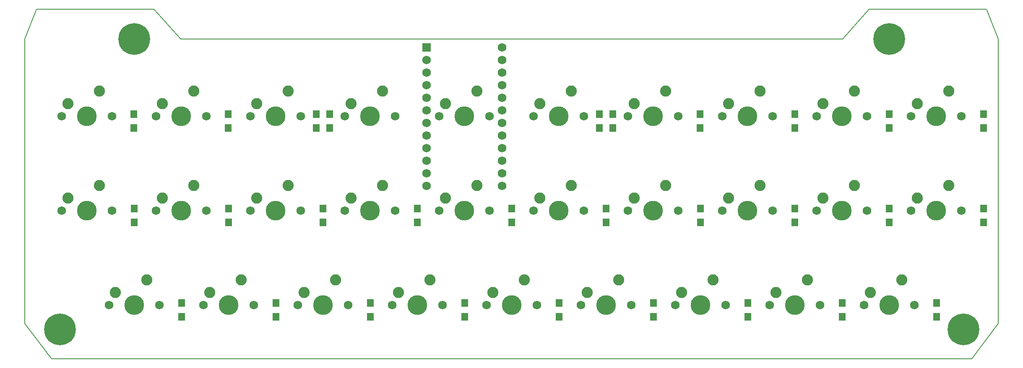
<source format=gbr>
G04 #@! TF.GenerationSoftware,KiCad,Pcbnew,(5.1.9)-1*
G04 #@! TF.CreationDate,2021-09-28T02:01:21-07:00*
G04 #@! TF.ProjectId,alphalpha rev2,616c7068-616c-4706-9861-20726576322e,rev?*
G04 #@! TF.SameCoordinates,Original*
G04 #@! TF.FileFunction,Soldermask,Bot*
G04 #@! TF.FilePolarity,Negative*
%FSLAX46Y46*%
G04 Gerber Fmt 4.6, Leading zero omitted, Abs format (unit mm)*
G04 Created by KiCad (PCBNEW (5.1.9)-1) date 2021-09-28 02:01:21*
%MOMM*%
%LPD*%
G01*
G04 APERTURE LIST*
G04 #@! TA.AperFunction,Profile*
%ADD10C,0.200000*%
G04 #@! TD*
%ADD11R,1.397000X1.600000*%
%ADD12C,2.250000*%
%ADD13C,3.987800*%
%ADD14C,1.750000*%
%ADD15R,1.752600X1.752600*%
%ADD16C,1.752600*%
%ADD17C,6.400000*%
%ADD18C,3.600000*%
G04 APERTURE END LIST*
D10*
X47481250Y-13000000D02*
X181118750Y-13000000D01*
X186500000Y-7000000D02*
X181118750Y-13000000D01*
X186500000Y-7000000D02*
X210168750Y-7000000D01*
X212550000Y-13000000D02*
X210168750Y-7000000D01*
X42100000Y-7000000D02*
X47481250Y-13000000D01*
X16050000Y-13000000D02*
X18431250Y-7000000D01*
X207168750Y-77521000D02*
X212550000Y-70389750D01*
X16050000Y-70389750D02*
X21431250Y-77521000D01*
X18431250Y-7000000D02*
X42100000Y-7000000D01*
X212550000Y-13000000D02*
X212550000Y-70389750D01*
X207168750Y-77521000D02*
X21431250Y-77521000D01*
X16050000Y-70389750D02*
X16050000Y-13000000D01*
D11*
X132003800Y-28165600D03*
X132003800Y-30965600D03*
X74828400Y-28165600D03*
X74828400Y-30965600D03*
X38025000Y-28175000D03*
X38025000Y-30975000D03*
X57075000Y-28175000D03*
X57075000Y-30975000D03*
X77597000Y-28165600D03*
X77597000Y-30965600D03*
X134721600Y-28165600D03*
X134721600Y-30965600D03*
X152325000Y-28175000D03*
X152325000Y-30975000D03*
X171476600Y-28175000D03*
X171476600Y-30975000D03*
X190526600Y-28175000D03*
X190526600Y-30975000D03*
X209576600Y-28175000D03*
X209576600Y-30975000D03*
X38126600Y-47225000D03*
X38126600Y-50025000D03*
X57176600Y-47225000D03*
X57176600Y-50025000D03*
X76226600Y-47225000D03*
X76226600Y-50025000D03*
X95276600Y-47225000D03*
X95276600Y-50025000D03*
X114326600Y-47225000D03*
X114326600Y-50025000D03*
X133376600Y-47225000D03*
X133376600Y-50025000D03*
X152426600Y-47225000D03*
X152426600Y-50025000D03*
X171476600Y-47225000D03*
X171476600Y-50025000D03*
X190526600Y-47225000D03*
X190526600Y-50025000D03*
X209576600Y-47225000D03*
X209576600Y-50025000D03*
X47651600Y-66275000D03*
X47651600Y-69075000D03*
X66701600Y-66275000D03*
X66701600Y-69075000D03*
X85751600Y-66275000D03*
X85751600Y-69075000D03*
X104801600Y-66275000D03*
X104801600Y-69075000D03*
X123851600Y-66275000D03*
X123851600Y-69075000D03*
X142901600Y-66275000D03*
X142901600Y-69075000D03*
X161951600Y-66275000D03*
X161951600Y-69075000D03*
X181001600Y-66275000D03*
X181001600Y-69075000D03*
X200051600Y-66275000D03*
X200051600Y-69075000D03*
D12*
X31115000Y-23495000D03*
D13*
X28575000Y-28575000D03*
D12*
X24765000Y-26035000D03*
D14*
X23495000Y-28575000D03*
X33655000Y-28575000D03*
D12*
X50165000Y-23495000D03*
D13*
X47625000Y-28575000D03*
D12*
X43815000Y-26035000D03*
D14*
X42545000Y-28575000D03*
X52705000Y-28575000D03*
D12*
X69215000Y-23495000D03*
D13*
X66675000Y-28575000D03*
D12*
X62865000Y-26035000D03*
D14*
X61595000Y-28575000D03*
X71755000Y-28575000D03*
D12*
X88265000Y-23495000D03*
D13*
X85725000Y-28575000D03*
D12*
X81915000Y-26035000D03*
D14*
X80645000Y-28575000D03*
X90805000Y-28575000D03*
D12*
X107315000Y-23495000D03*
D13*
X104775000Y-28575000D03*
D12*
X100965000Y-26035000D03*
D14*
X99695000Y-28575000D03*
X109855000Y-28575000D03*
D12*
X126365000Y-23495000D03*
D13*
X123825000Y-28575000D03*
D12*
X120015000Y-26035000D03*
D14*
X118745000Y-28575000D03*
X128905000Y-28575000D03*
D12*
X145415000Y-23495000D03*
D13*
X142875000Y-28575000D03*
D12*
X139065000Y-26035000D03*
D14*
X137795000Y-28575000D03*
X147955000Y-28575000D03*
D12*
X164465000Y-23495000D03*
D13*
X161925000Y-28575000D03*
D12*
X158115000Y-26035000D03*
D14*
X156845000Y-28575000D03*
X167005000Y-28575000D03*
D12*
X183515000Y-23495000D03*
D13*
X180975000Y-28575000D03*
D12*
X177165000Y-26035000D03*
D14*
X175895000Y-28575000D03*
X186055000Y-28575000D03*
D12*
X202565000Y-23495000D03*
D13*
X200025000Y-28575000D03*
D12*
X196215000Y-26035000D03*
D14*
X194945000Y-28575000D03*
X205105000Y-28575000D03*
D12*
X31115000Y-42545000D03*
D13*
X28575000Y-47625000D03*
D12*
X24765000Y-45085000D03*
D14*
X23495000Y-47625000D03*
X33655000Y-47625000D03*
D12*
X50165000Y-42545000D03*
D13*
X47625000Y-47625000D03*
D12*
X43815000Y-45085000D03*
D14*
X42545000Y-47625000D03*
X52705000Y-47625000D03*
D12*
X69215000Y-42545000D03*
D13*
X66675000Y-47625000D03*
D12*
X62865000Y-45085000D03*
D14*
X61595000Y-47625000D03*
X71755000Y-47625000D03*
D12*
X88265000Y-42545000D03*
D13*
X85725000Y-47625000D03*
D12*
X81915000Y-45085000D03*
D14*
X80645000Y-47625000D03*
X90805000Y-47625000D03*
D12*
X107315000Y-42545000D03*
D13*
X104775000Y-47625000D03*
D12*
X100965000Y-45085000D03*
D14*
X99695000Y-47625000D03*
X109855000Y-47625000D03*
D12*
X126365000Y-42545000D03*
D13*
X123825000Y-47625000D03*
D12*
X120015000Y-45085000D03*
D14*
X118745000Y-47625000D03*
X128905000Y-47625000D03*
D12*
X145415000Y-42545000D03*
D13*
X142875000Y-47625000D03*
D12*
X139065000Y-45085000D03*
D14*
X137795000Y-47625000D03*
X147955000Y-47625000D03*
D12*
X164465000Y-42545000D03*
D13*
X161925000Y-47625000D03*
D12*
X158115000Y-45085000D03*
D14*
X156845000Y-47625000D03*
X167005000Y-47625000D03*
D12*
X183515000Y-42545000D03*
D13*
X180975000Y-47625000D03*
D12*
X177165000Y-45085000D03*
D14*
X175895000Y-47625000D03*
X186055000Y-47625000D03*
D12*
X202565000Y-42545000D03*
D13*
X200025000Y-47625000D03*
D12*
X196215000Y-45085000D03*
D14*
X194945000Y-47625000D03*
X205105000Y-47625000D03*
D12*
X40640000Y-61595000D03*
D13*
X38100000Y-66675000D03*
D12*
X34290000Y-64135000D03*
D14*
X33020000Y-66675000D03*
X43180000Y-66675000D03*
D12*
X59690000Y-61595000D03*
D13*
X57150000Y-66675000D03*
D12*
X53340000Y-64135000D03*
D14*
X52070000Y-66675000D03*
X62230000Y-66675000D03*
D12*
X78740000Y-61595000D03*
D13*
X76200000Y-66675000D03*
D12*
X72390000Y-64135000D03*
D14*
X71120000Y-66675000D03*
X81280000Y-66675000D03*
D12*
X97790000Y-61595000D03*
D13*
X95250000Y-66675000D03*
D12*
X91440000Y-64135000D03*
D14*
X90170000Y-66675000D03*
X100330000Y-66675000D03*
D12*
X116840000Y-61595000D03*
D13*
X114300000Y-66675000D03*
D12*
X110490000Y-64135000D03*
D14*
X109220000Y-66675000D03*
X119380000Y-66675000D03*
D12*
X135890000Y-61595000D03*
D13*
X133350000Y-66675000D03*
D12*
X129540000Y-64135000D03*
D14*
X128270000Y-66675000D03*
X138430000Y-66675000D03*
D12*
X154940000Y-61595000D03*
D13*
X152400000Y-66675000D03*
D12*
X148590000Y-64135000D03*
D14*
X147320000Y-66675000D03*
X157480000Y-66675000D03*
D12*
X173990000Y-61595000D03*
D13*
X171450000Y-66675000D03*
D12*
X167640000Y-64135000D03*
D14*
X166370000Y-66675000D03*
X176530000Y-66675000D03*
D12*
X193040000Y-61595000D03*
D13*
X190500000Y-66675000D03*
D12*
X186690000Y-64135000D03*
D14*
X185420000Y-66675000D03*
X195580000Y-66675000D03*
D15*
X97129600Y-14706600D03*
D16*
X97129600Y-17246600D03*
X97129600Y-19786600D03*
X97129600Y-22326600D03*
X97129600Y-24866600D03*
X97129600Y-27406600D03*
X97129600Y-29946600D03*
X97129600Y-32486600D03*
X97129600Y-35026600D03*
X97129600Y-37566600D03*
X97129600Y-40106600D03*
X112369600Y-42646600D03*
X112369600Y-40106600D03*
X112369600Y-37566600D03*
X112369600Y-35026600D03*
X112369600Y-32486600D03*
X112369600Y-29946600D03*
X112369600Y-27406600D03*
X112369600Y-24866600D03*
X112369600Y-22326600D03*
X112369600Y-19786600D03*
X112369600Y-17246600D03*
X97129600Y-42646600D03*
X112369600Y-14706600D03*
D17*
X205500000Y-71580000D03*
D18*
X205500000Y-71580000D03*
D17*
X23100000Y-71580000D03*
D18*
X23100000Y-71580000D03*
D17*
X190500000Y-13000000D03*
D18*
X190500000Y-13000000D03*
D17*
X38100000Y-13000000D03*
D18*
X38100000Y-13000000D03*
M02*

</source>
